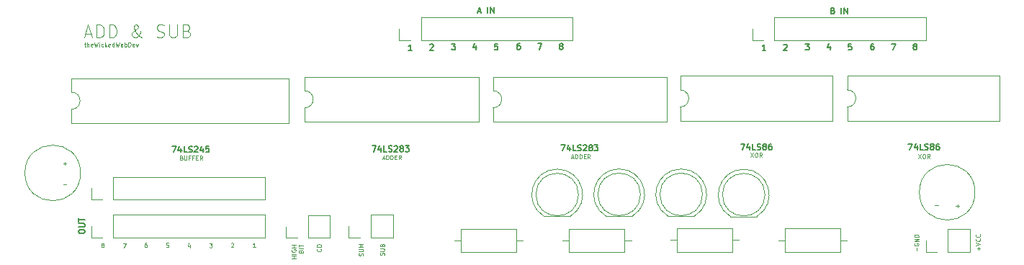
<source format=gbr>
%TF.GenerationSoftware,KiCad,Pcbnew,(5.1.9-0-10_14)*%
%TF.CreationDate,2021-04-29T01:47:43-04:00*%
%TF.ProjectId,ALU,414c552e-6b69-4636-9164-5f7063625858,rev?*%
%TF.SameCoordinates,Original*%
%TF.FileFunction,Legend,Top*%
%TF.FilePolarity,Positive*%
%FSLAX46Y46*%
G04 Gerber Fmt 4.6, Leading zero omitted, Abs format (unit mm)*
G04 Created by KiCad (PCBNEW (5.1.9-0-10_14)) date 2021-04-29 01:47:43*
%MOMM*%
%LPD*%
G01*
G04 APERTURE LIST*
%ADD10C,0.050000*%
%ADD11C,0.100000*%
%ADD12C,0.150000*%
%ADD13C,0.090000*%
%ADD14C,0.120000*%
G04 APERTURE END LIST*
D10*
X23100268Y-36245337D02*
X23290744Y-36245337D01*
X23171697Y-36078670D02*
X23171697Y-36507241D01*
X23195506Y-36554860D01*
X23243125Y-36578670D01*
X23290744Y-36578670D01*
X23457411Y-36578670D02*
X23457411Y-36078670D01*
X23671697Y-36578670D02*
X23671697Y-36316765D01*
X23647887Y-36269146D01*
X23600268Y-36245337D01*
X23528840Y-36245337D01*
X23481220Y-36269146D01*
X23457411Y-36292956D01*
X24100268Y-36554860D02*
X24052649Y-36578670D01*
X23957411Y-36578670D01*
X23909792Y-36554860D01*
X23885982Y-36507241D01*
X23885982Y-36316765D01*
X23909792Y-36269146D01*
X23957411Y-36245337D01*
X24052649Y-36245337D01*
X24100268Y-36269146D01*
X24124078Y-36316765D01*
X24124078Y-36364384D01*
X23885982Y-36412003D01*
X24290744Y-36078670D02*
X24409792Y-36578670D01*
X24505030Y-36221527D01*
X24600268Y-36578670D01*
X24719316Y-36078670D01*
X24909792Y-36578670D02*
X24909792Y-36245337D01*
X24909792Y-36078670D02*
X24885982Y-36102480D01*
X24909792Y-36126289D01*
X24933601Y-36102480D01*
X24909792Y-36078670D01*
X24909792Y-36126289D01*
X25362173Y-36554860D02*
X25314554Y-36578670D01*
X25219316Y-36578670D01*
X25171697Y-36554860D01*
X25147887Y-36531051D01*
X25124078Y-36483432D01*
X25124078Y-36340575D01*
X25147887Y-36292956D01*
X25171697Y-36269146D01*
X25219316Y-36245337D01*
X25314554Y-36245337D01*
X25362173Y-36269146D01*
X25576459Y-36578670D02*
X25576459Y-36078670D01*
X25624078Y-36388194D02*
X25766935Y-36578670D01*
X25766935Y-36245337D02*
X25576459Y-36435813D01*
X26171697Y-36554860D02*
X26124078Y-36578670D01*
X26028840Y-36578670D01*
X25981220Y-36554860D01*
X25957411Y-36507241D01*
X25957411Y-36316765D01*
X25981220Y-36269146D01*
X26028840Y-36245337D01*
X26124078Y-36245337D01*
X26171697Y-36269146D01*
X26195506Y-36316765D01*
X26195506Y-36364384D01*
X25957411Y-36412003D01*
X26624078Y-36578670D02*
X26624078Y-36078670D01*
X26624078Y-36554860D02*
X26576459Y-36578670D01*
X26481220Y-36578670D01*
X26433601Y-36554860D01*
X26409792Y-36531051D01*
X26385982Y-36483432D01*
X26385982Y-36340575D01*
X26409792Y-36292956D01*
X26433601Y-36269146D01*
X26481220Y-36245337D01*
X26576459Y-36245337D01*
X26624078Y-36269146D01*
X26814554Y-36078670D02*
X26933601Y-36578670D01*
X27028840Y-36221527D01*
X27124078Y-36578670D01*
X27243125Y-36078670D01*
X27624078Y-36554860D02*
X27576459Y-36578670D01*
X27481220Y-36578670D01*
X27433601Y-36554860D01*
X27409792Y-36507241D01*
X27409792Y-36316765D01*
X27433601Y-36269146D01*
X27481220Y-36245337D01*
X27576459Y-36245337D01*
X27624078Y-36269146D01*
X27647887Y-36316765D01*
X27647887Y-36364384D01*
X27409792Y-36412003D01*
X27862173Y-36578670D02*
X27862173Y-36078670D01*
X27862173Y-36269146D02*
X27909792Y-36245337D01*
X28005030Y-36245337D01*
X28052649Y-36269146D01*
X28076459Y-36292956D01*
X28100268Y-36340575D01*
X28100268Y-36483432D01*
X28076459Y-36531051D01*
X28052649Y-36554860D01*
X28005030Y-36578670D01*
X27909792Y-36578670D01*
X27862173Y-36554860D01*
X28314554Y-36578670D02*
X28314554Y-36078670D01*
X28433601Y-36078670D01*
X28505030Y-36102480D01*
X28552649Y-36150099D01*
X28576459Y-36197718D01*
X28600268Y-36292956D01*
X28600268Y-36364384D01*
X28576459Y-36459622D01*
X28552649Y-36507241D01*
X28505030Y-36554860D01*
X28433601Y-36578670D01*
X28314554Y-36578670D01*
X29005030Y-36554860D02*
X28957411Y-36578670D01*
X28862173Y-36578670D01*
X28814554Y-36554860D01*
X28790744Y-36507241D01*
X28790744Y-36316765D01*
X28814554Y-36269146D01*
X28862173Y-36245337D01*
X28957411Y-36245337D01*
X29005030Y-36269146D01*
X29028839Y-36316765D01*
X29028839Y-36364384D01*
X28790744Y-36412003D01*
X29195506Y-36245337D02*
X29314554Y-36578670D01*
X29433601Y-36245337D01*
D11*
X23224468Y-35078480D02*
X23938754Y-35078480D01*
X23081611Y-35507051D02*
X23581611Y-34007051D01*
X24081611Y-35507051D01*
X24581611Y-35507051D02*
X24581611Y-34007051D01*
X24938754Y-34007051D01*
X25153040Y-34078480D01*
X25295897Y-34221337D01*
X25367325Y-34364194D01*
X25438754Y-34649908D01*
X25438754Y-34864194D01*
X25367325Y-35149908D01*
X25295897Y-35292765D01*
X25153040Y-35435622D01*
X24938754Y-35507051D01*
X24581611Y-35507051D01*
X26081611Y-35507051D02*
X26081611Y-34007051D01*
X26438754Y-34007051D01*
X26653040Y-34078480D01*
X26795897Y-34221337D01*
X26867325Y-34364194D01*
X26938754Y-34649908D01*
X26938754Y-34864194D01*
X26867325Y-35149908D01*
X26795897Y-35292765D01*
X26653040Y-35435622D01*
X26438754Y-35507051D01*
X26081611Y-35507051D01*
X29938754Y-35507051D02*
X29867325Y-35507051D01*
X29724468Y-35435622D01*
X29510182Y-35221337D01*
X29153040Y-34792765D01*
X29010182Y-34578480D01*
X28938754Y-34364194D01*
X28938754Y-34221337D01*
X29010182Y-34078480D01*
X29153040Y-34007051D01*
X29224468Y-34007051D01*
X29367325Y-34078480D01*
X29438754Y-34221337D01*
X29438754Y-34292765D01*
X29367325Y-34435622D01*
X29295897Y-34507051D01*
X28867325Y-34792765D01*
X28795897Y-34864194D01*
X28724468Y-35007051D01*
X28724468Y-35221337D01*
X28795897Y-35364194D01*
X28867325Y-35435622D01*
X29010182Y-35507051D01*
X29224468Y-35507051D01*
X29367325Y-35435622D01*
X29438754Y-35364194D01*
X29653040Y-35078480D01*
X29724468Y-34864194D01*
X29724468Y-34721337D01*
X31653040Y-35435622D02*
X31867325Y-35507051D01*
X32224468Y-35507051D01*
X32367325Y-35435622D01*
X32438754Y-35364194D01*
X32510182Y-35221337D01*
X32510182Y-35078480D01*
X32438754Y-34935622D01*
X32367325Y-34864194D01*
X32224468Y-34792765D01*
X31938754Y-34721337D01*
X31795897Y-34649908D01*
X31724468Y-34578480D01*
X31653040Y-34435622D01*
X31653040Y-34292765D01*
X31724468Y-34149908D01*
X31795897Y-34078480D01*
X31938754Y-34007051D01*
X32295897Y-34007051D01*
X32510182Y-34078480D01*
X33153040Y-34007051D02*
X33153040Y-35221337D01*
X33224468Y-35364194D01*
X33295897Y-35435622D01*
X33438754Y-35507051D01*
X33724468Y-35507051D01*
X33867325Y-35435622D01*
X33938754Y-35364194D01*
X34010182Y-35221337D01*
X34010182Y-34007051D01*
X35224468Y-34721337D02*
X35438754Y-34792765D01*
X35510182Y-34864194D01*
X35581611Y-35007051D01*
X35581611Y-35221337D01*
X35510182Y-35364194D01*
X35438754Y-35435622D01*
X35295897Y-35507051D01*
X34724468Y-35507051D01*
X34724468Y-34007051D01*
X35224468Y-34007051D01*
X35367325Y-34078480D01*
X35438754Y-34149908D01*
X35510182Y-34292765D01*
X35510182Y-34435622D01*
X35438754Y-34578480D01*
X35367325Y-34649908D01*
X35224468Y-34721337D01*
X34724468Y-34721337D01*
X34566207Y-49641605D02*
X34637636Y-49665415D01*
X34661445Y-49689224D01*
X34685255Y-49736843D01*
X34685255Y-49808272D01*
X34661445Y-49855891D01*
X34637636Y-49879700D01*
X34590017Y-49903510D01*
X34399540Y-49903510D01*
X34399540Y-49403510D01*
X34566207Y-49403510D01*
X34613826Y-49427320D01*
X34637636Y-49451129D01*
X34661445Y-49498748D01*
X34661445Y-49546367D01*
X34637636Y-49593986D01*
X34613826Y-49617796D01*
X34566207Y-49641605D01*
X34399540Y-49641605D01*
X34899540Y-49403510D02*
X34899540Y-49808272D01*
X34923350Y-49855891D01*
X34947160Y-49879700D01*
X34994779Y-49903510D01*
X35090017Y-49903510D01*
X35137636Y-49879700D01*
X35161445Y-49855891D01*
X35185255Y-49808272D01*
X35185255Y-49403510D01*
X35590017Y-49641605D02*
X35423350Y-49641605D01*
X35423350Y-49903510D02*
X35423350Y-49403510D01*
X35661445Y-49403510D01*
X36018588Y-49641605D02*
X35851921Y-49641605D01*
X35851921Y-49903510D02*
X35851921Y-49403510D01*
X36090017Y-49403510D01*
X36280493Y-49641605D02*
X36447160Y-49641605D01*
X36518588Y-49903510D02*
X36280493Y-49903510D01*
X36280493Y-49403510D01*
X36518588Y-49403510D01*
X37018588Y-49903510D02*
X36851921Y-49665415D01*
X36732874Y-49903510D02*
X36732874Y-49403510D01*
X36923350Y-49403510D01*
X36970969Y-49427320D01*
X36994779Y-49451129D01*
X37018588Y-49498748D01*
X37018588Y-49570177D01*
X36994779Y-49617796D01*
X36970969Y-49641605D01*
X36923350Y-49665415D01*
X36732874Y-49665415D01*
D12*
X56968186Y-48222106D02*
X57434853Y-48222106D01*
X57134853Y-48922106D01*
X58001520Y-48455440D02*
X58001520Y-48922106D01*
X57834853Y-48188773D02*
X57668186Y-48688773D01*
X58101520Y-48688773D01*
X58701520Y-48922106D02*
X58368186Y-48922106D01*
X58368186Y-48222106D01*
X58901520Y-48888773D02*
X59001520Y-48922106D01*
X59168186Y-48922106D01*
X59234853Y-48888773D01*
X59268186Y-48855440D01*
X59301520Y-48788773D01*
X59301520Y-48722106D01*
X59268186Y-48655440D01*
X59234853Y-48622106D01*
X59168186Y-48588773D01*
X59034853Y-48555440D01*
X58968186Y-48522106D01*
X58934853Y-48488773D01*
X58901520Y-48422106D01*
X58901520Y-48355440D01*
X58934853Y-48288773D01*
X58968186Y-48255440D01*
X59034853Y-48222106D01*
X59201520Y-48222106D01*
X59301520Y-48255440D01*
X59568186Y-48288773D02*
X59601520Y-48255440D01*
X59668186Y-48222106D01*
X59834853Y-48222106D01*
X59901520Y-48255440D01*
X59934853Y-48288773D01*
X59968186Y-48355440D01*
X59968186Y-48422106D01*
X59934853Y-48522106D01*
X59534853Y-48922106D01*
X59968186Y-48922106D01*
X60368186Y-48522106D02*
X60301520Y-48488773D01*
X60268186Y-48455440D01*
X60234853Y-48388773D01*
X60234853Y-48355440D01*
X60268186Y-48288773D01*
X60301520Y-48255440D01*
X60368186Y-48222106D01*
X60501520Y-48222106D01*
X60568186Y-48255440D01*
X60601520Y-48288773D01*
X60634853Y-48355440D01*
X60634853Y-48388773D01*
X60601520Y-48455440D01*
X60568186Y-48488773D01*
X60501520Y-48522106D01*
X60368186Y-48522106D01*
X60301520Y-48555440D01*
X60268186Y-48588773D01*
X60234853Y-48655440D01*
X60234853Y-48788773D01*
X60268186Y-48855440D01*
X60301520Y-48888773D01*
X60368186Y-48922106D01*
X60501520Y-48922106D01*
X60568186Y-48888773D01*
X60601520Y-48855440D01*
X60634853Y-48788773D01*
X60634853Y-48655440D01*
X60601520Y-48588773D01*
X60568186Y-48555440D01*
X60501520Y-48522106D01*
X60868186Y-48222106D02*
X61301520Y-48222106D01*
X61068186Y-48488773D01*
X61168186Y-48488773D01*
X61234853Y-48522106D01*
X61268186Y-48555440D01*
X61301520Y-48622106D01*
X61301520Y-48788773D01*
X61268186Y-48855440D01*
X61234853Y-48888773D01*
X61168186Y-48922106D01*
X60968186Y-48922106D01*
X60901520Y-48888773D01*
X60868186Y-48855440D01*
D11*
X58183281Y-49704773D02*
X58421377Y-49704773D01*
X58135662Y-49847630D02*
X58302329Y-49347630D01*
X58468996Y-49847630D01*
X58635662Y-49847630D02*
X58635662Y-49347630D01*
X58754710Y-49347630D01*
X58826139Y-49371440D01*
X58873758Y-49419059D01*
X58897567Y-49466678D01*
X58921377Y-49561916D01*
X58921377Y-49633344D01*
X58897567Y-49728582D01*
X58873758Y-49776201D01*
X58826139Y-49823820D01*
X58754710Y-49847630D01*
X58635662Y-49847630D01*
X59135662Y-49847630D02*
X59135662Y-49347630D01*
X59254710Y-49347630D01*
X59326139Y-49371440D01*
X59373758Y-49419059D01*
X59397567Y-49466678D01*
X59421377Y-49561916D01*
X59421377Y-49633344D01*
X59397567Y-49728582D01*
X59373758Y-49776201D01*
X59326139Y-49823820D01*
X59254710Y-49847630D01*
X59135662Y-49847630D01*
X59635662Y-49585725D02*
X59802329Y-49585725D01*
X59873758Y-49847630D02*
X59635662Y-49847630D01*
X59635662Y-49347630D01*
X59873758Y-49347630D01*
X60373758Y-49847630D02*
X60207091Y-49609535D01*
X60088043Y-49847630D02*
X60088043Y-49347630D01*
X60278520Y-49347630D01*
X60326139Y-49371440D01*
X60349948Y-49395249D01*
X60373758Y-49442868D01*
X60373758Y-49514297D01*
X60349948Y-49561916D01*
X60326139Y-49585725D01*
X60278520Y-49609535D01*
X60088043Y-49609535D01*
X80408281Y-49608253D02*
X80646377Y-49608253D01*
X80360662Y-49751110D02*
X80527329Y-49251110D01*
X80693996Y-49751110D01*
X80860662Y-49751110D02*
X80860662Y-49251110D01*
X80979710Y-49251110D01*
X81051139Y-49274920D01*
X81098758Y-49322539D01*
X81122567Y-49370158D01*
X81146377Y-49465396D01*
X81146377Y-49536824D01*
X81122567Y-49632062D01*
X81098758Y-49679681D01*
X81051139Y-49727300D01*
X80979710Y-49751110D01*
X80860662Y-49751110D01*
X81360662Y-49751110D02*
X81360662Y-49251110D01*
X81479710Y-49251110D01*
X81551139Y-49274920D01*
X81598758Y-49322539D01*
X81622567Y-49370158D01*
X81646377Y-49465396D01*
X81646377Y-49536824D01*
X81622567Y-49632062D01*
X81598758Y-49679681D01*
X81551139Y-49727300D01*
X81479710Y-49751110D01*
X81360662Y-49751110D01*
X81860662Y-49489205D02*
X82027329Y-49489205D01*
X82098758Y-49751110D02*
X81860662Y-49751110D01*
X81860662Y-49251110D01*
X82098758Y-49251110D01*
X82598758Y-49751110D02*
X82432091Y-49513015D01*
X82313043Y-49751110D02*
X82313043Y-49251110D01*
X82503520Y-49251110D01*
X82551139Y-49274920D01*
X82574948Y-49298729D01*
X82598758Y-49346348D01*
X82598758Y-49417777D01*
X82574948Y-49465396D01*
X82551139Y-49489205D01*
X82503520Y-49513015D01*
X82313043Y-49513015D01*
X101470068Y-49078390D02*
X101803401Y-49578390D01*
X101803401Y-49078390D02*
X101470068Y-49578390D01*
X102089116Y-49078390D02*
X102184354Y-49078390D01*
X102231973Y-49102200D01*
X102279592Y-49149819D01*
X102303401Y-49245057D01*
X102303401Y-49411723D01*
X102279592Y-49506961D01*
X102231973Y-49554580D01*
X102184354Y-49578390D01*
X102089116Y-49578390D01*
X102041497Y-49554580D01*
X101993878Y-49506961D01*
X101970068Y-49411723D01*
X101970068Y-49245057D01*
X101993878Y-49149819D01*
X102041497Y-49102200D01*
X102089116Y-49078390D01*
X102803401Y-49578390D02*
X102636735Y-49340295D01*
X102517687Y-49578390D02*
X102517687Y-49078390D01*
X102708163Y-49078390D01*
X102755782Y-49102200D01*
X102779592Y-49126009D01*
X102803401Y-49173628D01*
X102803401Y-49245057D01*
X102779592Y-49292676D01*
X102755782Y-49316485D01*
X102708163Y-49340295D01*
X102517687Y-49340295D01*
X121200788Y-49210470D02*
X121534121Y-49710470D01*
X121534121Y-49210470D02*
X121200788Y-49710470D01*
X121819836Y-49210470D02*
X121915074Y-49210470D01*
X121962693Y-49234280D01*
X122010312Y-49281899D01*
X122034121Y-49377137D01*
X122034121Y-49543803D01*
X122010312Y-49639041D01*
X121962693Y-49686660D01*
X121915074Y-49710470D01*
X121819836Y-49710470D01*
X121772217Y-49686660D01*
X121724598Y-49639041D01*
X121700788Y-49543803D01*
X121700788Y-49377137D01*
X121724598Y-49281899D01*
X121772217Y-49234280D01*
X121819836Y-49210470D01*
X122534121Y-49710470D02*
X122367455Y-49472375D01*
X122248407Y-49710470D02*
X122248407Y-49210470D01*
X122438883Y-49210470D01*
X122486502Y-49234280D01*
X122510312Y-49258089D01*
X122534121Y-49305708D01*
X122534121Y-49377137D01*
X122510312Y-49424756D01*
X122486502Y-49448565D01*
X122438883Y-49472375D01*
X122248407Y-49472375D01*
D13*
X123154740Y-55265474D02*
X123535692Y-55265474D01*
X125603300Y-55306114D02*
X125984252Y-55306114D01*
X125793776Y-55496590D02*
X125793776Y-55115638D01*
D12*
X120009040Y-47998586D02*
X120475706Y-47998586D01*
X120175706Y-48698586D01*
X121042373Y-48231920D02*
X121042373Y-48698586D01*
X120875706Y-47965253D02*
X120709040Y-48465253D01*
X121142373Y-48465253D01*
X121742373Y-48698586D02*
X121409040Y-48698586D01*
X121409040Y-47998586D01*
X121942373Y-48665253D02*
X122042373Y-48698586D01*
X122209040Y-48698586D01*
X122275706Y-48665253D01*
X122309040Y-48631920D01*
X122342373Y-48565253D01*
X122342373Y-48498586D01*
X122309040Y-48431920D01*
X122275706Y-48398586D01*
X122209040Y-48365253D01*
X122075706Y-48331920D01*
X122009040Y-48298586D01*
X121975706Y-48265253D01*
X121942373Y-48198586D01*
X121942373Y-48131920D01*
X121975706Y-48065253D01*
X122009040Y-48031920D01*
X122075706Y-47998586D01*
X122242373Y-47998586D01*
X122342373Y-48031920D01*
X122742373Y-48298586D02*
X122675706Y-48265253D01*
X122642373Y-48231920D01*
X122609040Y-48165253D01*
X122609040Y-48131920D01*
X122642373Y-48065253D01*
X122675706Y-48031920D01*
X122742373Y-47998586D01*
X122875706Y-47998586D01*
X122942373Y-48031920D01*
X122975706Y-48065253D01*
X123009040Y-48131920D01*
X123009040Y-48165253D01*
X122975706Y-48231920D01*
X122942373Y-48265253D01*
X122875706Y-48298586D01*
X122742373Y-48298586D01*
X122675706Y-48331920D01*
X122642373Y-48365253D01*
X122609040Y-48431920D01*
X122609040Y-48565253D01*
X122642373Y-48631920D01*
X122675706Y-48665253D01*
X122742373Y-48698586D01*
X122875706Y-48698586D01*
X122942373Y-48665253D01*
X122975706Y-48631920D01*
X123009040Y-48565253D01*
X123009040Y-48431920D01*
X122975706Y-48365253D01*
X122942373Y-48331920D01*
X122875706Y-48298586D01*
X123609040Y-47998586D02*
X123475706Y-47998586D01*
X123409040Y-48031920D01*
X123375706Y-48065253D01*
X123309040Y-48165253D01*
X123275706Y-48298586D01*
X123275706Y-48565253D01*
X123309040Y-48631920D01*
X123342373Y-48665253D01*
X123409040Y-48698586D01*
X123542373Y-48698586D01*
X123609040Y-48665253D01*
X123642373Y-48631920D01*
X123675706Y-48565253D01*
X123675706Y-48398586D01*
X123642373Y-48331920D01*
X123609040Y-48298586D01*
X123542373Y-48265253D01*
X123409040Y-48265253D01*
X123342373Y-48298586D01*
X123309040Y-48331920D01*
X123275706Y-48398586D01*
X100313880Y-48008746D02*
X100780546Y-48008746D01*
X100480546Y-48708746D01*
X101347213Y-48242080D02*
X101347213Y-48708746D01*
X101180546Y-47975413D02*
X101013880Y-48475413D01*
X101447213Y-48475413D01*
X102047213Y-48708746D02*
X101713880Y-48708746D01*
X101713880Y-48008746D01*
X102247213Y-48675413D02*
X102347213Y-48708746D01*
X102513880Y-48708746D01*
X102580546Y-48675413D01*
X102613880Y-48642080D01*
X102647213Y-48575413D01*
X102647213Y-48508746D01*
X102613880Y-48442080D01*
X102580546Y-48408746D01*
X102513880Y-48375413D01*
X102380546Y-48342080D01*
X102313880Y-48308746D01*
X102280546Y-48275413D01*
X102247213Y-48208746D01*
X102247213Y-48142080D01*
X102280546Y-48075413D01*
X102313880Y-48042080D01*
X102380546Y-48008746D01*
X102547213Y-48008746D01*
X102647213Y-48042080D01*
X103047213Y-48308746D02*
X102980546Y-48275413D01*
X102947213Y-48242080D01*
X102913880Y-48175413D01*
X102913880Y-48142080D01*
X102947213Y-48075413D01*
X102980546Y-48042080D01*
X103047213Y-48008746D01*
X103180546Y-48008746D01*
X103247213Y-48042080D01*
X103280546Y-48075413D01*
X103313880Y-48142080D01*
X103313880Y-48175413D01*
X103280546Y-48242080D01*
X103247213Y-48275413D01*
X103180546Y-48308746D01*
X103047213Y-48308746D01*
X102980546Y-48342080D01*
X102947213Y-48375413D01*
X102913880Y-48442080D01*
X102913880Y-48575413D01*
X102947213Y-48642080D01*
X102980546Y-48675413D01*
X103047213Y-48708746D01*
X103180546Y-48708746D01*
X103247213Y-48675413D01*
X103280546Y-48642080D01*
X103313880Y-48575413D01*
X103313880Y-48442080D01*
X103280546Y-48375413D01*
X103247213Y-48342080D01*
X103180546Y-48308746D01*
X103913880Y-48008746D02*
X103780546Y-48008746D01*
X103713880Y-48042080D01*
X103680546Y-48075413D01*
X103613880Y-48175413D01*
X103580546Y-48308746D01*
X103580546Y-48575413D01*
X103613880Y-48642080D01*
X103647213Y-48675413D01*
X103713880Y-48708746D01*
X103847213Y-48708746D01*
X103913880Y-48675413D01*
X103947213Y-48642080D01*
X103980546Y-48575413D01*
X103980546Y-48408746D01*
X103947213Y-48342080D01*
X103913880Y-48308746D01*
X103847213Y-48275413D01*
X103713880Y-48275413D01*
X103647213Y-48308746D01*
X103613880Y-48342080D01*
X103580546Y-48408746D01*
X79193186Y-48125586D02*
X79659853Y-48125586D01*
X79359853Y-48825586D01*
X80226520Y-48358920D02*
X80226520Y-48825586D01*
X80059853Y-48092253D02*
X79893186Y-48592253D01*
X80326520Y-48592253D01*
X80926520Y-48825586D02*
X80593186Y-48825586D01*
X80593186Y-48125586D01*
X81126520Y-48792253D02*
X81226520Y-48825586D01*
X81393186Y-48825586D01*
X81459853Y-48792253D01*
X81493186Y-48758920D01*
X81526520Y-48692253D01*
X81526520Y-48625586D01*
X81493186Y-48558920D01*
X81459853Y-48525586D01*
X81393186Y-48492253D01*
X81259853Y-48458920D01*
X81193186Y-48425586D01*
X81159853Y-48392253D01*
X81126520Y-48325586D01*
X81126520Y-48258920D01*
X81159853Y-48192253D01*
X81193186Y-48158920D01*
X81259853Y-48125586D01*
X81426520Y-48125586D01*
X81526520Y-48158920D01*
X81793186Y-48192253D02*
X81826520Y-48158920D01*
X81893186Y-48125586D01*
X82059853Y-48125586D01*
X82126520Y-48158920D01*
X82159853Y-48192253D01*
X82193186Y-48258920D01*
X82193186Y-48325586D01*
X82159853Y-48425586D01*
X81759853Y-48825586D01*
X82193186Y-48825586D01*
X82593186Y-48425586D02*
X82526520Y-48392253D01*
X82493186Y-48358920D01*
X82459853Y-48292253D01*
X82459853Y-48258920D01*
X82493186Y-48192253D01*
X82526520Y-48158920D01*
X82593186Y-48125586D01*
X82726520Y-48125586D01*
X82793186Y-48158920D01*
X82826520Y-48192253D01*
X82859853Y-48258920D01*
X82859853Y-48292253D01*
X82826520Y-48358920D01*
X82793186Y-48392253D01*
X82726520Y-48425586D01*
X82593186Y-48425586D01*
X82526520Y-48458920D01*
X82493186Y-48492253D01*
X82459853Y-48558920D01*
X82459853Y-48692253D01*
X82493186Y-48758920D01*
X82526520Y-48792253D01*
X82593186Y-48825586D01*
X82726520Y-48825586D01*
X82793186Y-48792253D01*
X82826520Y-48758920D01*
X82859853Y-48692253D01*
X82859853Y-48558920D01*
X82826520Y-48492253D01*
X82793186Y-48458920D01*
X82726520Y-48425586D01*
X83093186Y-48125586D02*
X83526520Y-48125586D01*
X83293186Y-48392253D01*
X83393186Y-48392253D01*
X83459853Y-48425586D01*
X83493186Y-48458920D01*
X83526520Y-48525586D01*
X83526520Y-48692253D01*
X83493186Y-48758920D01*
X83459853Y-48792253D01*
X83393186Y-48825586D01*
X83193186Y-48825586D01*
X83126520Y-48792253D01*
X83093186Y-48758920D01*
X33468106Y-48298306D02*
X33934773Y-48298306D01*
X33634773Y-48998306D01*
X34501440Y-48531640D02*
X34501440Y-48998306D01*
X34334773Y-48264973D02*
X34168106Y-48764973D01*
X34601440Y-48764973D01*
X35201440Y-48998306D02*
X34868106Y-48998306D01*
X34868106Y-48298306D01*
X35401440Y-48964973D02*
X35501440Y-48998306D01*
X35668106Y-48998306D01*
X35734773Y-48964973D01*
X35768106Y-48931640D01*
X35801440Y-48864973D01*
X35801440Y-48798306D01*
X35768106Y-48731640D01*
X35734773Y-48698306D01*
X35668106Y-48664973D01*
X35534773Y-48631640D01*
X35468106Y-48598306D01*
X35434773Y-48564973D01*
X35401440Y-48498306D01*
X35401440Y-48431640D01*
X35434773Y-48364973D01*
X35468106Y-48331640D01*
X35534773Y-48298306D01*
X35701440Y-48298306D01*
X35801440Y-48331640D01*
X36068106Y-48364973D02*
X36101440Y-48331640D01*
X36168106Y-48298306D01*
X36334773Y-48298306D01*
X36401440Y-48331640D01*
X36434773Y-48364973D01*
X36468106Y-48431640D01*
X36468106Y-48498306D01*
X36434773Y-48598306D01*
X36034773Y-48998306D01*
X36468106Y-48998306D01*
X37068106Y-48531640D02*
X37068106Y-48998306D01*
X36901440Y-48264973D02*
X36734773Y-48764973D01*
X37168106Y-48764973D01*
X37768106Y-48298306D02*
X37434773Y-48298306D01*
X37401440Y-48631640D01*
X37434773Y-48598306D01*
X37501440Y-48564973D01*
X37668106Y-48564973D01*
X37734773Y-48598306D01*
X37768106Y-48631640D01*
X37801440Y-48698306D01*
X37801440Y-48864973D01*
X37768106Y-48931640D01*
X37734773Y-48964973D01*
X37668106Y-48998306D01*
X37501440Y-48998306D01*
X37434773Y-48964973D01*
X37401440Y-48931640D01*
D13*
X20650500Y-52771194D02*
X21031452Y-52771194D01*
X20635260Y-50322634D02*
X21016212Y-50322634D01*
X20825736Y-50513110D02*
X20825736Y-50132158D01*
X35536442Y-59852097D02*
X35536442Y-60185430D01*
X35417395Y-59661620D02*
X35298347Y-60018763D01*
X35607871Y-60018763D01*
X37839938Y-59700670D02*
X38149461Y-59700670D01*
X37982795Y-59891146D01*
X38054223Y-59891146D01*
X38101842Y-59914956D01*
X38125652Y-59938765D01*
X38149461Y-59986384D01*
X38149461Y-60105432D01*
X38125652Y-60153051D01*
X38101842Y-60176860D01*
X38054223Y-60200670D01*
X37911366Y-60200670D01*
X37863747Y-60176860D01*
X37839938Y-60153051D01*
X40388507Y-59707649D02*
X40412317Y-59683840D01*
X40459936Y-59660030D01*
X40578983Y-59660030D01*
X40626602Y-59683840D01*
X40650412Y-59707649D01*
X40674221Y-59755268D01*
X40674221Y-59802887D01*
X40650412Y-59874316D01*
X40364698Y-60160030D01*
X40674221Y-60160030D01*
X43239621Y-60175270D02*
X42953907Y-60175270D01*
X43096764Y-60175270D02*
X43096764Y-59675270D01*
X43049145Y-59746699D01*
X43001526Y-59794318D01*
X42953907Y-59818127D01*
X30446282Y-59649870D02*
X30351044Y-59649870D01*
X30303425Y-59673680D01*
X30279616Y-59697489D01*
X30231997Y-59768918D01*
X30208187Y-59864156D01*
X30208187Y-60054632D01*
X30231997Y-60102251D01*
X30255806Y-60126060D01*
X30303425Y-60149870D01*
X30398663Y-60149870D01*
X30446282Y-60126060D01*
X30470092Y-60102251D01*
X30493901Y-60054632D01*
X30493901Y-59935584D01*
X30470092Y-59887965D01*
X30446282Y-59864156D01*
X30398663Y-59840346D01*
X30303425Y-59840346D01*
X30255806Y-59864156D01*
X30231997Y-59887965D01*
X30208187Y-59935584D01*
X33035492Y-59665110D02*
X32797397Y-59665110D01*
X32773587Y-59903205D01*
X32797397Y-59879396D01*
X32845016Y-59855586D01*
X32964063Y-59855586D01*
X33011682Y-59879396D01*
X33035492Y-59903205D01*
X33059301Y-59950824D01*
X33059301Y-60069872D01*
X33035492Y-60117491D01*
X33011682Y-60141300D01*
X32964063Y-60165110D01*
X32845016Y-60165110D01*
X32797397Y-60141300D01*
X32773587Y-60117491D01*
X27659618Y-59690510D02*
X27992951Y-59690510D01*
X27778665Y-60190510D01*
X25213265Y-59889556D02*
X25165646Y-59865746D01*
X25141837Y-59841937D01*
X25118027Y-59794318D01*
X25118027Y-59770508D01*
X25141837Y-59722889D01*
X25165646Y-59699080D01*
X25213265Y-59675270D01*
X25308503Y-59675270D01*
X25356122Y-59699080D01*
X25379932Y-59722889D01*
X25403741Y-59770508D01*
X25403741Y-59794318D01*
X25379932Y-59841937D01*
X25356122Y-59865746D01*
X25308503Y-59889556D01*
X25213265Y-59889556D01*
X25165646Y-59913365D01*
X25141837Y-59937175D01*
X25118027Y-59984794D01*
X25118027Y-60080032D01*
X25141837Y-60127651D01*
X25165646Y-60151460D01*
X25213265Y-60175270D01*
X25308503Y-60175270D01*
X25356122Y-60151460D01*
X25379932Y-60127651D01*
X25403741Y-60080032D01*
X25403741Y-59984794D01*
X25379932Y-59937175D01*
X25356122Y-59913365D01*
X25308503Y-59889556D01*
D12*
X22471586Y-58383400D02*
X22471586Y-58250066D01*
X22504920Y-58183400D01*
X22571586Y-58116733D01*
X22704920Y-58083400D01*
X22938253Y-58083400D01*
X23071586Y-58116733D01*
X23138253Y-58183400D01*
X23171586Y-58250066D01*
X23171586Y-58383400D01*
X23138253Y-58450066D01*
X23071586Y-58516733D01*
X22938253Y-58550066D01*
X22704920Y-58550066D01*
X22571586Y-58516733D01*
X22504920Y-58450066D01*
X22471586Y-58383400D01*
X22471586Y-57783400D02*
X23038253Y-57783400D01*
X23104920Y-57750066D01*
X23138253Y-57716733D01*
X23171586Y-57650066D01*
X23171586Y-57516733D01*
X23138253Y-57450066D01*
X23104920Y-57416733D01*
X23038253Y-57383400D01*
X22471586Y-57383400D01*
X22471586Y-57150066D02*
X22471586Y-56750066D01*
X23171586Y-56950066D02*
X22471586Y-56950066D01*
D13*
X128265074Y-60488351D02*
X128265074Y-60107399D01*
X128455550Y-60297875D02*
X128074598Y-60297875D01*
X127955550Y-59940732D02*
X128455550Y-59774065D01*
X127955550Y-59607399D01*
X128407931Y-59155018D02*
X128431740Y-59178827D01*
X128455550Y-59250256D01*
X128455550Y-59297875D01*
X128431740Y-59369303D01*
X128384121Y-59416922D01*
X128336502Y-59440732D01*
X128241264Y-59464541D01*
X128169836Y-59464541D01*
X128074598Y-59440732D01*
X128026979Y-59416922D01*
X127979360Y-59369303D01*
X127955550Y-59297875D01*
X127955550Y-59250256D01*
X127979360Y-59178827D01*
X128003169Y-59155018D01*
X128407931Y-58655018D02*
X128431740Y-58678827D01*
X128455550Y-58750256D01*
X128455550Y-58797875D01*
X128431740Y-58869303D01*
X128384121Y-58916922D01*
X128336502Y-58940732D01*
X128241264Y-58964541D01*
X128169836Y-58964541D01*
X128074598Y-58940732D01*
X128026979Y-58916922D01*
X127979360Y-58869303D01*
X127955550Y-58797875D01*
X127955550Y-58750256D01*
X127979360Y-58678827D01*
X128003169Y-58655018D01*
X121020994Y-60593749D02*
X121020994Y-60212797D01*
X120735280Y-59712797D02*
X120711470Y-59760416D01*
X120711470Y-59831844D01*
X120735280Y-59903273D01*
X120782899Y-59950892D01*
X120830518Y-59974701D01*
X120925756Y-59998511D01*
X120997184Y-59998511D01*
X121092422Y-59974701D01*
X121140041Y-59950892D01*
X121187660Y-59903273D01*
X121211470Y-59831844D01*
X121211470Y-59784225D01*
X121187660Y-59712797D01*
X121163851Y-59688987D01*
X120997184Y-59688987D01*
X120997184Y-59784225D01*
X121211470Y-59474701D02*
X120711470Y-59474701D01*
X121211470Y-59188987D01*
X120711470Y-59188987D01*
X121211470Y-58950892D02*
X120711470Y-58950892D01*
X120711470Y-58831844D01*
X120735280Y-58760416D01*
X120782899Y-58712797D01*
X120830518Y-58688987D01*
X120925756Y-58665178D01*
X120997184Y-58665178D01*
X121092422Y-58688987D01*
X121140041Y-58712797D01*
X121187660Y-58760416D01*
X121211470Y-58831844D01*
X121211470Y-58950892D01*
X58378540Y-61102461D02*
X58402350Y-61031033D01*
X58402350Y-60911985D01*
X58378540Y-60864366D01*
X58354731Y-60840557D01*
X58307112Y-60816747D01*
X58259493Y-60816747D01*
X58211874Y-60840557D01*
X58188064Y-60864366D01*
X58164255Y-60911985D01*
X58140445Y-61007223D01*
X58116636Y-61054842D01*
X58092826Y-61078652D01*
X58045207Y-61102461D01*
X57997588Y-61102461D01*
X57949969Y-61078652D01*
X57926160Y-61054842D01*
X57902350Y-61007223D01*
X57902350Y-60888176D01*
X57926160Y-60816747D01*
X57902350Y-60602461D02*
X58307112Y-60602461D01*
X58354731Y-60578652D01*
X58378540Y-60554842D01*
X58402350Y-60507223D01*
X58402350Y-60411985D01*
X58378540Y-60364366D01*
X58354731Y-60340557D01*
X58307112Y-60316747D01*
X57902350Y-60316747D01*
X58140445Y-59911985D02*
X58164255Y-59840557D01*
X58188064Y-59816747D01*
X58235683Y-59792938D01*
X58307112Y-59792938D01*
X58354731Y-59816747D01*
X58378540Y-59840557D01*
X58402350Y-59888176D01*
X58402350Y-60078652D01*
X57902350Y-60078652D01*
X57902350Y-59911985D01*
X57926160Y-59864366D01*
X57949969Y-59840557D01*
X57997588Y-59816747D01*
X58045207Y-59816747D01*
X58092826Y-59840557D01*
X58116636Y-59864366D01*
X58140445Y-59911985D01*
X58140445Y-60078652D01*
X55889340Y-61143410D02*
X55913150Y-61071981D01*
X55913150Y-60952934D01*
X55889340Y-60905315D01*
X55865531Y-60881505D01*
X55817912Y-60857696D01*
X55770293Y-60857696D01*
X55722674Y-60881505D01*
X55698864Y-60905315D01*
X55675055Y-60952934D01*
X55651245Y-61048172D01*
X55627436Y-61095791D01*
X55603626Y-61119600D01*
X55556007Y-61143410D01*
X55508388Y-61143410D01*
X55460769Y-61119600D01*
X55436960Y-61095791D01*
X55413150Y-61048172D01*
X55413150Y-60929124D01*
X55436960Y-60857696D01*
X55413150Y-60643410D02*
X55817912Y-60643410D01*
X55865531Y-60619600D01*
X55889340Y-60595791D01*
X55913150Y-60548172D01*
X55913150Y-60452934D01*
X55889340Y-60405315D01*
X55865531Y-60381505D01*
X55817912Y-60357696D01*
X55413150Y-60357696D01*
X55913150Y-60119600D02*
X55413150Y-60119600D01*
X55770293Y-59952934D01*
X55413150Y-59786267D01*
X55913150Y-59786267D01*
X50917611Y-60357387D02*
X50941420Y-60381197D01*
X50965230Y-60452625D01*
X50965230Y-60500244D01*
X50941420Y-60571673D01*
X50893801Y-60619292D01*
X50846182Y-60643101D01*
X50750944Y-60666911D01*
X50679516Y-60666911D01*
X50584278Y-60643101D01*
X50536659Y-60619292D01*
X50489040Y-60571673D01*
X50465230Y-60500244D01*
X50465230Y-60452625D01*
X50489040Y-60381197D01*
X50512849Y-60357387D01*
X50465230Y-60047863D02*
X50465230Y-59952625D01*
X50489040Y-59905006D01*
X50536659Y-59857387D01*
X50631897Y-59833578D01*
X50798563Y-59833578D01*
X50893801Y-59857387D01*
X50941420Y-59905006D01*
X50965230Y-59952625D01*
X50965230Y-60047863D01*
X50941420Y-60095482D01*
X50893801Y-60143101D01*
X50798563Y-60166911D01*
X50631897Y-60166911D01*
X50536659Y-60143101D01*
X50489040Y-60095482D01*
X50465230Y-60047863D01*
X47989990Y-61465966D02*
X47489990Y-61465966D01*
X47728085Y-61465966D02*
X47728085Y-61180252D01*
X47989990Y-61180252D02*
X47489990Y-61180252D01*
X47989990Y-60942157D02*
X47489990Y-60942157D01*
X47513800Y-60442157D02*
X47489990Y-60489776D01*
X47489990Y-60561204D01*
X47513800Y-60632633D01*
X47561419Y-60680252D01*
X47609038Y-60704061D01*
X47704276Y-60727871D01*
X47775704Y-60727871D01*
X47870942Y-60704061D01*
X47918561Y-60680252D01*
X47966180Y-60632633D01*
X47989990Y-60561204D01*
X47989990Y-60513585D01*
X47966180Y-60442157D01*
X47942371Y-60418347D01*
X47775704Y-60418347D01*
X47775704Y-60513585D01*
X47989990Y-60204061D02*
X47489990Y-60204061D01*
X47728085Y-60204061D02*
X47728085Y-59918347D01*
X47989990Y-59918347D02*
X47489990Y-59918347D01*
X48568085Y-60632633D02*
X48591895Y-60561204D01*
X48615704Y-60537395D01*
X48663323Y-60513585D01*
X48734752Y-60513585D01*
X48782371Y-60537395D01*
X48806180Y-60561204D01*
X48829990Y-60608823D01*
X48829990Y-60799300D01*
X48329990Y-60799300D01*
X48329990Y-60632633D01*
X48353800Y-60585014D01*
X48377609Y-60561204D01*
X48425228Y-60537395D01*
X48472847Y-60537395D01*
X48520466Y-60561204D01*
X48544276Y-60585014D01*
X48568085Y-60632633D01*
X48568085Y-60799300D01*
X48829990Y-60299300D02*
X48329990Y-60299300D01*
X48329990Y-60132633D02*
X48329990Y-59846919D01*
X48829990Y-59989776D02*
X48329990Y-59989776D01*
D12*
X111137000Y-32340080D02*
X111237000Y-32373413D01*
X111270333Y-32406746D01*
X111303666Y-32473413D01*
X111303666Y-32573413D01*
X111270333Y-32640080D01*
X111237000Y-32673413D01*
X111170333Y-32706746D01*
X110903666Y-32706746D01*
X110903666Y-32006746D01*
X111137000Y-32006746D01*
X111203666Y-32040080D01*
X111237000Y-32073413D01*
X111270333Y-32140080D01*
X111270333Y-32206746D01*
X111237000Y-32273413D01*
X111203666Y-32306746D01*
X111137000Y-32340080D01*
X110903666Y-32340080D01*
X112137000Y-32706746D02*
X112137000Y-32006746D01*
X112470333Y-32706746D02*
X112470333Y-32006746D01*
X112870333Y-32706746D01*
X112870333Y-32006746D01*
X118044306Y-36248546D02*
X118510973Y-36248546D01*
X118210973Y-36948546D01*
X103247800Y-37055226D02*
X102847800Y-37055226D01*
X103047800Y-37055226D02*
X103047800Y-36355226D01*
X102981133Y-36455226D01*
X102914466Y-36521893D01*
X102847800Y-36555226D01*
X107914786Y-36279026D02*
X108348120Y-36279026D01*
X108114786Y-36545693D01*
X108214786Y-36545693D01*
X108281453Y-36579026D01*
X108314786Y-36612360D01*
X108348120Y-36679026D01*
X108348120Y-36845693D01*
X108314786Y-36912360D01*
X108281453Y-36945693D01*
X108214786Y-36979026D01*
X108014786Y-36979026D01*
X107948120Y-36945693D01*
X107914786Y-36912360D01*
X113313506Y-36268866D02*
X112980173Y-36268866D01*
X112946840Y-36602200D01*
X112980173Y-36568866D01*
X113046840Y-36535533D01*
X113213506Y-36535533D01*
X113280173Y-36568866D01*
X113313506Y-36602200D01*
X113346840Y-36668866D01*
X113346840Y-36835533D01*
X113313506Y-36902200D01*
X113280173Y-36935533D01*
X113213506Y-36968866D01*
X113046840Y-36968866D01*
X112980173Y-36935533D01*
X112946840Y-36902200D01*
X120735733Y-36543466D02*
X120669066Y-36510133D01*
X120635733Y-36476800D01*
X120602400Y-36410133D01*
X120602400Y-36376800D01*
X120635733Y-36310133D01*
X120669066Y-36276800D01*
X120735733Y-36243466D01*
X120869066Y-36243466D01*
X120935733Y-36276800D01*
X120969066Y-36310133D01*
X121002400Y-36376800D01*
X121002400Y-36410133D01*
X120969066Y-36476800D01*
X120935733Y-36510133D01*
X120869066Y-36543466D01*
X120735733Y-36543466D01*
X120669066Y-36576800D01*
X120635733Y-36610133D01*
X120602400Y-36676800D01*
X120602400Y-36810133D01*
X120635733Y-36876800D01*
X120669066Y-36910133D01*
X120735733Y-36943466D01*
X120869066Y-36943466D01*
X120935733Y-36910133D01*
X120969066Y-36876800D01*
X121002400Y-36810133D01*
X121002400Y-36676800D01*
X120969066Y-36610133D01*
X120935733Y-36576800D01*
X120869066Y-36543466D01*
X115921773Y-36233306D02*
X115788440Y-36233306D01*
X115721773Y-36266640D01*
X115688440Y-36299973D01*
X115621773Y-36399973D01*
X115588440Y-36533306D01*
X115588440Y-36799973D01*
X115621773Y-36866640D01*
X115655106Y-36899973D01*
X115721773Y-36933306D01*
X115855106Y-36933306D01*
X115921773Y-36899973D01*
X115955106Y-36866640D01*
X115988440Y-36799973D01*
X115988440Y-36633306D01*
X115955106Y-36566640D01*
X115921773Y-36533306D01*
X115855106Y-36499973D01*
X115721773Y-36499973D01*
X115655106Y-36533306D01*
X115621773Y-36566640D01*
X115588440Y-36633306D01*
X110801133Y-36481880D02*
X110801133Y-36948546D01*
X110634466Y-36215213D02*
X110467800Y-36715213D01*
X110901133Y-36715213D01*
X105357320Y-36381253D02*
X105390653Y-36347920D01*
X105457320Y-36314586D01*
X105623986Y-36314586D01*
X105690653Y-36347920D01*
X105723986Y-36381253D01*
X105757320Y-36447920D01*
X105757320Y-36514586D01*
X105723986Y-36614586D01*
X105323986Y-37014586D01*
X105757320Y-37014586D01*
X79140693Y-36512986D02*
X79074026Y-36479653D01*
X79040693Y-36446320D01*
X79007360Y-36379653D01*
X79007360Y-36346320D01*
X79040693Y-36279653D01*
X79074026Y-36246320D01*
X79140693Y-36212986D01*
X79274026Y-36212986D01*
X79340693Y-36246320D01*
X79374026Y-36279653D01*
X79407360Y-36346320D01*
X79407360Y-36379653D01*
X79374026Y-36446320D01*
X79340693Y-36479653D01*
X79274026Y-36512986D01*
X79140693Y-36512986D01*
X79074026Y-36546320D01*
X79040693Y-36579653D01*
X79007360Y-36646320D01*
X79007360Y-36779653D01*
X79040693Y-36846320D01*
X79074026Y-36879653D01*
X79140693Y-36912986D01*
X79274026Y-36912986D01*
X79340693Y-36879653D01*
X79374026Y-36846320D01*
X79407360Y-36779653D01*
X79407360Y-36646320D01*
X79374026Y-36579653D01*
X79340693Y-36546320D01*
X79274026Y-36512986D01*
X76449266Y-36218066D02*
X76915933Y-36218066D01*
X76615933Y-36918066D01*
X74326733Y-36202826D02*
X74193400Y-36202826D01*
X74126733Y-36236160D01*
X74093400Y-36269493D01*
X74026733Y-36369493D01*
X73993400Y-36502826D01*
X73993400Y-36769493D01*
X74026733Y-36836160D01*
X74060066Y-36869493D01*
X74126733Y-36902826D01*
X74260066Y-36902826D01*
X74326733Y-36869493D01*
X74360066Y-36836160D01*
X74393400Y-36769493D01*
X74393400Y-36602826D01*
X74360066Y-36536160D01*
X74326733Y-36502826D01*
X74260066Y-36469493D01*
X74126733Y-36469493D01*
X74060066Y-36502826D01*
X74026733Y-36536160D01*
X73993400Y-36602826D01*
X71718466Y-36238386D02*
X71385133Y-36238386D01*
X71351800Y-36571720D01*
X71385133Y-36538386D01*
X71451800Y-36505053D01*
X71618466Y-36505053D01*
X71685133Y-36538386D01*
X71718466Y-36571720D01*
X71751800Y-36638386D01*
X71751800Y-36805053D01*
X71718466Y-36871720D01*
X71685133Y-36905053D01*
X71618466Y-36938386D01*
X71451800Y-36938386D01*
X71385133Y-36905053D01*
X71351800Y-36871720D01*
X69206093Y-36451400D02*
X69206093Y-36918066D01*
X69039426Y-36184733D02*
X68872760Y-36684733D01*
X69306093Y-36684733D01*
X66319746Y-36248546D02*
X66753080Y-36248546D01*
X66519746Y-36515213D01*
X66619746Y-36515213D01*
X66686413Y-36548546D01*
X66719746Y-36581880D01*
X66753080Y-36648546D01*
X66753080Y-36815213D01*
X66719746Y-36881880D01*
X66686413Y-36915213D01*
X66619746Y-36948546D01*
X66419746Y-36948546D01*
X66353080Y-36915213D01*
X66319746Y-36881880D01*
X63762280Y-36350773D02*
X63795613Y-36317440D01*
X63862280Y-36284106D01*
X64028946Y-36284106D01*
X64095613Y-36317440D01*
X64128946Y-36350773D01*
X64162280Y-36417440D01*
X64162280Y-36484106D01*
X64128946Y-36584106D01*
X63728946Y-36984106D01*
X64162280Y-36984106D01*
X61652760Y-37024746D02*
X61252760Y-37024746D01*
X61452760Y-37024746D02*
X61452760Y-36324746D01*
X61386093Y-36424746D01*
X61319426Y-36491413D01*
X61252760Y-36524746D01*
X69396413Y-32415306D02*
X69729746Y-32415306D01*
X69329746Y-32615306D02*
X69563080Y-31915306D01*
X69796413Y-32615306D01*
X70563080Y-32615306D02*
X70563080Y-31915306D01*
X70896413Y-32615306D02*
X70896413Y-31915306D01*
X71296413Y-32615306D01*
X71296413Y-31915306D01*
D14*
%TO.C,C4*%
X22685760Y-51430240D02*
G75*
G03*
X22685760Y-51430240I-3270000J0D01*
G01*
%TO.C,J6*%
X44383000Y-59013400D02*
X44383000Y-56353400D01*
X26543000Y-59013400D02*
X44383000Y-59013400D01*
X26543000Y-56353400D02*
X44383000Y-56353400D01*
X26543000Y-59013400D02*
X26543000Y-56353400D01*
X25273000Y-59013400D02*
X23943000Y-59013400D01*
X23943000Y-59013400D02*
X23943000Y-57683400D01*
%TO.C,J4*%
X44372840Y-54563320D02*
X44372840Y-51903320D01*
X26532840Y-54563320D02*
X44372840Y-54563320D01*
X26532840Y-51903320D02*
X44372840Y-51903320D01*
X26532840Y-54563320D02*
X26532840Y-51903320D01*
X25262840Y-54563320D02*
X23932840Y-54563320D01*
X23932840Y-54563320D02*
X23932840Y-53233320D01*
%TO.C,U15*%
X93193560Y-41672000D02*
G75*
G02*
X93193560Y-43672000I0J-1000000D01*
G01*
X93193560Y-43672000D02*
X93193560Y-45322000D01*
X93193560Y-45322000D02*
X111093560Y-45322000D01*
X111093560Y-45322000D02*
X111093560Y-40022000D01*
X111093560Y-40022000D02*
X93193560Y-40022000D01*
X93193560Y-40022000D02*
X93193560Y-41672000D01*
%TO.C,U14*%
X112843000Y-41661840D02*
G75*
G02*
X112843000Y-43661840I0J-1000000D01*
G01*
X112843000Y-43661840D02*
X112843000Y-45311840D01*
X112843000Y-45311840D02*
X130743000Y-45311840D01*
X130743000Y-45311840D02*
X130743000Y-40011840D01*
X130743000Y-40011840D02*
X112843000Y-40011840D01*
X112843000Y-40011840D02*
X112843000Y-41661840D01*
%TO.C,U13*%
X49040740Y-41768520D02*
G75*
G02*
X49040740Y-43768520I0J-1000000D01*
G01*
X49040740Y-43768520D02*
X49040740Y-45418520D01*
X49040740Y-45418520D02*
X69480740Y-45418520D01*
X69480740Y-45418520D02*
X69480740Y-40118520D01*
X69480740Y-40118520D02*
X49040740Y-40118520D01*
X49040740Y-40118520D02*
X49040740Y-41768520D01*
%TO.C,U12*%
X71197160Y-41768520D02*
G75*
G02*
X71197160Y-43768520I0J-1000000D01*
G01*
X71197160Y-43768520D02*
X71197160Y-45418520D01*
X71197160Y-45418520D02*
X91637160Y-45418520D01*
X91637160Y-45418520D02*
X91637160Y-40118520D01*
X91637160Y-40118520D02*
X71197160Y-40118520D01*
X71197160Y-40118520D02*
X71197160Y-41768520D01*
%TO.C,U11*%
X21631600Y-41936160D02*
G75*
G02*
X21631600Y-43936160I0J-1000000D01*
G01*
X21631600Y-43936160D02*
X21631600Y-45586160D01*
X21631600Y-45586160D02*
X47151600Y-45586160D01*
X47151600Y-45586160D02*
X47151600Y-40286160D01*
X47151600Y-40286160D02*
X21631600Y-40286160D01*
X21631600Y-40286160D02*
X21631600Y-41936160D01*
%TO.C,R4*%
X92797880Y-57949160D02*
X92797880Y-60689160D01*
X92797880Y-60689160D02*
X99337880Y-60689160D01*
X99337880Y-60689160D02*
X99337880Y-57949160D01*
X99337880Y-57949160D02*
X92797880Y-57949160D01*
X92027880Y-59319160D02*
X92797880Y-59319160D01*
X100107880Y-59319160D02*
X99337880Y-59319160D01*
%TO.C,R3*%
X80123280Y-58005040D02*
X80123280Y-60745040D01*
X80123280Y-60745040D02*
X86663280Y-60745040D01*
X86663280Y-60745040D02*
X86663280Y-58005040D01*
X86663280Y-58005040D02*
X80123280Y-58005040D01*
X79353280Y-59375040D02*
X80123280Y-59375040D01*
X87433280Y-59375040D02*
X86663280Y-59375040D01*
%TO.C,R2*%
X112022640Y-60709480D02*
X112022640Y-57969480D01*
X112022640Y-57969480D02*
X105482640Y-57969480D01*
X105482640Y-57969480D02*
X105482640Y-60709480D01*
X105482640Y-60709480D02*
X112022640Y-60709480D01*
X112792640Y-59339480D02*
X112022640Y-59339480D01*
X104712640Y-59339480D02*
X105482640Y-59339480D01*
%TO.C,R1*%
X73927720Y-60745040D02*
X73927720Y-58005040D01*
X73927720Y-58005040D02*
X67387720Y-58005040D01*
X67387720Y-58005040D02*
X67387720Y-60745040D01*
X67387720Y-60745040D02*
X73927720Y-60745040D01*
X74697720Y-59375040D02*
X73927720Y-59375040D01*
X66617720Y-59375040D02*
X67387720Y-59375040D01*
%TO.C,J8*%
X52023320Y-59059120D02*
X52023320Y-56399120D01*
X49423320Y-59059120D02*
X52023320Y-59059120D01*
X49423320Y-56399120D02*
X52023320Y-56399120D01*
X49423320Y-59059120D02*
X49423320Y-56399120D01*
X48153320Y-59059120D02*
X46823320Y-59059120D01*
X46823320Y-59059120D02*
X46823320Y-57729120D01*
%TO.C,J5*%
X59435040Y-59008320D02*
X59435040Y-56348320D01*
X56835040Y-59008320D02*
X59435040Y-59008320D01*
X56835040Y-56348320D02*
X59435040Y-56348320D01*
X56835040Y-59008320D02*
X56835040Y-56348320D01*
X55565040Y-59008320D02*
X54235040Y-59008320D01*
X54235040Y-59008320D02*
X54235040Y-57678320D01*
%TO.C,J3*%
X122101920Y-35823200D02*
X122101920Y-33163200D01*
X104261920Y-35823200D02*
X122101920Y-35823200D01*
X104261920Y-33163200D02*
X122101920Y-33163200D01*
X104261920Y-35823200D02*
X104261920Y-33163200D01*
X102991920Y-35823200D02*
X101661920Y-35823200D01*
X101661920Y-35823200D02*
X101661920Y-34493200D01*
%TO.C,J2*%
X80557680Y-35828280D02*
X80557680Y-33168280D01*
X62717680Y-35828280D02*
X80557680Y-35828280D01*
X62717680Y-33168280D02*
X80557680Y-33168280D01*
X62717680Y-35828280D02*
X62717680Y-33168280D01*
X61447680Y-35828280D02*
X60117680Y-35828280D01*
X60117680Y-35828280D02*
X60117680Y-34498280D01*
%TO.C,J1*%
X127258120Y-60715200D02*
X127258120Y-58055200D01*
X124658120Y-60715200D02*
X127258120Y-60715200D01*
X124658120Y-58055200D02*
X127258120Y-58055200D01*
X124658120Y-60715200D02*
X124658120Y-58055200D01*
X123388120Y-60715200D02*
X122058120Y-60715200D01*
X122058120Y-60715200D02*
X122058120Y-59385200D01*
%TO.C,D28*%
X93308978Y-50959600D02*
G75*
G02*
X94854270Y-56509600I462J-2990000D01*
G01*
X93309902Y-50959600D02*
G75*
G03*
X91764610Y-56509600I-462J-2990000D01*
G01*
X95809440Y-53949600D02*
G75*
G03*
X95809440Y-53949600I-2500000J0D01*
G01*
X91764440Y-56509600D02*
X94854440Y-56509600D01*
%TO.C,D27*%
X86014098Y-50959600D02*
G75*
G02*
X87559390Y-56509600I462J-2990000D01*
G01*
X86015022Y-50959600D02*
G75*
G03*
X84469730Y-56509600I-462J-2990000D01*
G01*
X88514560Y-53949600D02*
G75*
G03*
X88514560Y-53949600I-2500000J0D01*
G01*
X84469560Y-56509600D02*
X87559560Y-56509600D01*
%TO.C,D26*%
X100654658Y-50995160D02*
G75*
G02*
X102199950Y-56545160I462J-2990000D01*
G01*
X100655582Y-50995160D02*
G75*
G03*
X99110290Y-56545160I-462J-2990000D01*
G01*
X103155120Y-53985160D02*
G75*
G03*
X103155120Y-53985160I-2500000J0D01*
G01*
X99110120Y-56545160D02*
X102200120Y-56545160D01*
%TO.C,D25*%
X78729378Y-50979920D02*
G75*
G02*
X80274670Y-56529920I462J-2990000D01*
G01*
X78730302Y-50979920D02*
G75*
G03*
X77185010Y-56529920I-462J-2990000D01*
G01*
X81229840Y-53969920D02*
G75*
G03*
X81229840Y-53969920I-2500000J0D01*
G01*
X77184840Y-56529920D02*
X80274840Y-56529920D01*
%TO.C,C5*%
X127851600Y-53700680D02*
G75*
G03*
X127851600Y-53700680I-3270000J0D01*
G01*
%TD*%
M02*

</source>
